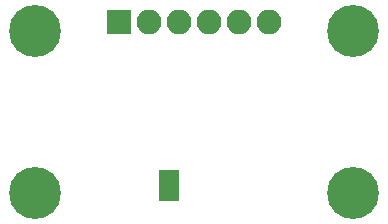
<source format=gbs>
G04 #@! TF.FileFunction,Soldermask,Bot*
%FSLAX46Y46*%
G04 Gerber Fmt 4.6, Leading zero omitted, Abs format (unit mm)*
G04 Created by KiCad (PCBNEW 4.0.7) date 08/23/19 12:17:46*
%MOMM*%
%LPD*%
G01*
G04 APERTURE LIST*
%ADD10C,0.100000*%
%ADD11C,4.400000*%
%ADD12R,2.100000X2.100000*%
%ADD13O,2.100000X2.100000*%
%ADD14R,1.670000X1.370000*%
G04 APERTURE END LIST*
D10*
D11*
X162687000Y-109093000D03*
X135763000Y-109093000D03*
X135763000Y-95377000D03*
D12*
X142875000Y-94615000D03*
D13*
X145415000Y-94615000D03*
X147955000Y-94615000D03*
X150495000Y-94615000D03*
X153035000Y-94615000D03*
X155575000Y-94615000D03*
D14*
X147066000Y-107818000D03*
X147066000Y-109098000D03*
D11*
X162687000Y-95377000D03*
M02*

</source>
